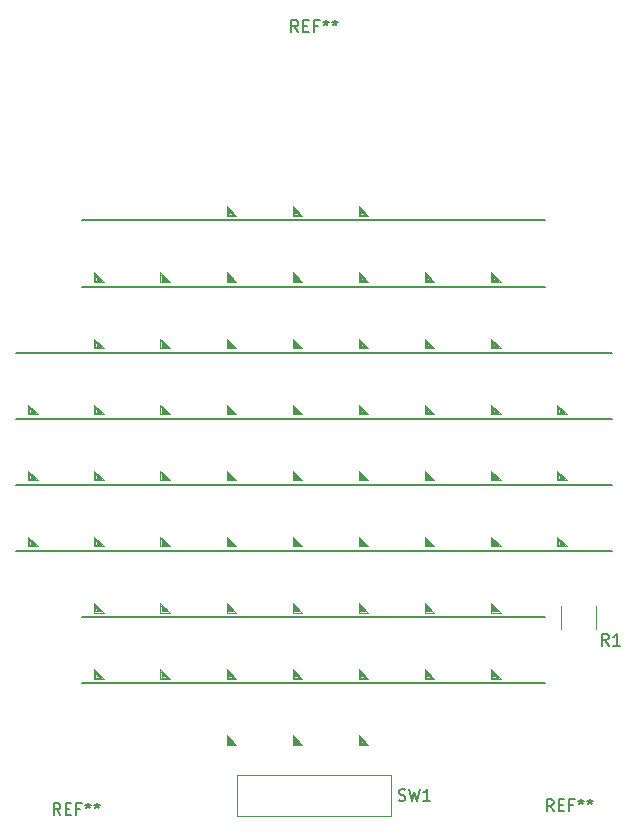
<source format=gbr>
G04 #@! TF.FileFunction,Legend,Top*
%FSLAX46Y46*%
G04 Gerber Fmt 4.6, Leading zero omitted, Abs format (unit mm)*
G04 Created by KiCad (PCBNEW 4.0.7-e2-6376~58~ubuntu16.04.1) date Sat Jul 28 15:13:10 2018*
%MOMM*%
%LPD*%
G01*
G04 APERTURE LIST*
%ADD10C,0.100000*%
%ADD11C,0.200000*%
%ADD12C,0.120000*%
%ADD13C,0.150000*%
G04 APERTURE END LIST*
D10*
D11*
X80400000Y-119600000D02*
X119600000Y-119600000D01*
X80400000Y-80400000D02*
X119600000Y-80400000D01*
X80400000Y-114000000D02*
X119600000Y-114000000D01*
X74800000Y-108400000D02*
X125200000Y-108400000D01*
X74800000Y-102800000D02*
X125200000Y-102800000D01*
X74800000Y-97200000D02*
X125200000Y-97200000D01*
X74800000Y-91600000D02*
X125200000Y-91600000D01*
X125200000Y-91600000D02*
X74800000Y-91600000D01*
X74800000Y-91600000D02*
X125200000Y-91600000D01*
X80400000Y-86000000D02*
X119600000Y-86000000D01*
D12*
X93500000Y-127350000D02*
X93500000Y-130850000D01*
X106500000Y-127350000D02*
X106500000Y-130850000D01*
X93500000Y-127350000D02*
X106500000Y-127350000D01*
X106500000Y-130850000D02*
X93500000Y-130850000D01*
X92800000Y-79600000D02*
X92800000Y-79800000D01*
X92800000Y-79800000D02*
X93000000Y-79800000D01*
X93000000Y-79800000D02*
X92800000Y-79600000D01*
X92700000Y-79400000D02*
X92700000Y-79900000D01*
X92700000Y-79900000D02*
X93200000Y-79900000D01*
D13*
X93200000Y-79900000D02*
X92700000Y-79400000D01*
D12*
X93400000Y-80000000D02*
X92600000Y-79200000D01*
X92600000Y-79200000D02*
X92600000Y-80000000D01*
X92600000Y-80000000D02*
X93400000Y-80000000D01*
X98400000Y-79600000D02*
X98400000Y-79800000D01*
X98400000Y-79800000D02*
X98600000Y-79800000D01*
X98600000Y-79800000D02*
X98400000Y-79600000D01*
X98300000Y-79400000D02*
X98300000Y-79900000D01*
X98300000Y-79900000D02*
X98800000Y-79900000D01*
D13*
X98800000Y-79900000D02*
X98300000Y-79400000D01*
D12*
X99000000Y-80000000D02*
X98200000Y-79200000D01*
X98200000Y-79200000D02*
X98200000Y-80000000D01*
X98200000Y-80000000D02*
X99000000Y-80000000D01*
X104000000Y-79600000D02*
X104000000Y-79800000D01*
X104000000Y-79800000D02*
X104200000Y-79800000D01*
X104200000Y-79800000D02*
X104000000Y-79600000D01*
X103900000Y-79400000D02*
X103900000Y-79900000D01*
X103900000Y-79900000D02*
X104400000Y-79900000D01*
D13*
X104400000Y-79900000D02*
X103900000Y-79400000D01*
D12*
X104600000Y-80000000D02*
X103800000Y-79200000D01*
X103800000Y-79200000D02*
X103800000Y-80000000D01*
X103800000Y-80000000D02*
X104600000Y-80000000D01*
X81600000Y-85200000D02*
X81600000Y-85400000D01*
X81600000Y-85400000D02*
X81800000Y-85400000D01*
X81800000Y-85400000D02*
X81600000Y-85200000D01*
X81500000Y-85000000D02*
X81500000Y-85500000D01*
X81500000Y-85500000D02*
X82000000Y-85500000D01*
D13*
X82000000Y-85500000D02*
X81500000Y-85000000D01*
D12*
X82200000Y-85600000D02*
X81400000Y-84800000D01*
X81400000Y-84800000D02*
X81400000Y-85600000D01*
X81400000Y-85600000D02*
X82200000Y-85600000D01*
X87200000Y-85200000D02*
X87200000Y-85400000D01*
X87200000Y-85400000D02*
X87400000Y-85400000D01*
X87400000Y-85400000D02*
X87200000Y-85200000D01*
X87100000Y-85000000D02*
X87100000Y-85500000D01*
X87100000Y-85500000D02*
X87600000Y-85500000D01*
D13*
X87600000Y-85500000D02*
X87100000Y-85000000D01*
D12*
X87800000Y-85600000D02*
X87000000Y-84800000D01*
X87000000Y-84800000D02*
X87000000Y-85600000D01*
X87000000Y-85600000D02*
X87800000Y-85600000D01*
X92800000Y-85200000D02*
X92800000Y-85400000D01*
X92800000Y-85400000D02*
X93000000Y-85400000D01*
X93000000Y-85400000D02*
X92800000Y-85200000D01*
X92700000Y-85000000D02*
X92700000Y-85500000D01*
X92700000Y-85500000D02*
X93200000Y-85500000D01*
D13*
X93200000Y-85500000D02*
X92700000Y-85000000D01*
D12*
X93400000Y-85600000D02*
X92600000Y-84800000D01*
X92600000Y-84800000D02*
X92600000Y-85600000D01*
X92600000Y-85600000D02*
X93400000Y-85600000D01*
X98400000Y-85200000D02*
X98400000Y-85400000D01*
X98400000Y-85400000D02*
X98600000Y-85400000D01*
X98600000Y-85400000D02*
X98400000Y-85200000D01*
X98300000Y-85000000D02*
X98300000Y-85500000D01*
X98300000Y-85500000D02*
X98800000Y-85500000D01*
D13*
X98800000Y-85500000D02*
X98300000Y-85000000D01*
D12*
X99000000Y-85600000D02*
X98200000Y-84800000D01*
X98200000Y-84800000D02*
X98200000Y-85600000D01*
X98200000Y-85600000D02*
X99000000Y-85600000D01*
X104000000Y-85200000D02*
X104000000Y-85400000D01*
X104000000Y-85400000D02*
X104200000Y-85400000D01*
X104200000Y-85400000D02*
X104000000Y-85200000D01*
X103900000Y-85000000D02*
X103900000Y-85500000D01*
X103900000Y-85500000D02*
X104400000Y-85500000D01*
D13*
X104400000Y-85500000D02*
X103900000Y-85000000D01*
D12*
X104600000Y-85600000D02*
X103800000Y-84800000D01*
X103800000Y-84800000D02*
X103800000Y-85600000D01*
X103800000Y-85600000D02*
X104600000Y-85600000D01*
X109600000Y-85200000D02*
X109600000Y-85400000D01*
X109600000Y-85400000D02*
X109800000Y-85400000D01*
X109800000Y-85400000D02*
X109600000Y-85200000D01*
X109500000Y-85000000D02*
X109500000Y-85500000D01*
X109500000Y-85500000D02*
X110000000Y-85500000D01*
D13*
X110000000Y-85500000D02*
X109500000Y-85000000D01*
D12*
X110200000Y-85600000D02*
X109400000Y-84800000D01*
X109400000Y-84800000D02*
X109400000Y-85600000D01*
X109400000Y-85600000D02*
X110200000Y-85600000D01*
X115200000Y-85200000D02*
X115200000Y-85400000D01*
X115200000Y-85400000D02*
X115400000Y-85400000D01*
X115400000Y-85400000D02*
X115200000Y-85200000D01*
X115100000Y-85000000D02*
X115100000Y-85500000D01*
X115100000Y-85500000D02*
X115600000Y-85500000D01*
D13*
X115600000Y-85500000D02*
X115100000Y-85000000D01*
D12*
X115800000Y-85600000D02*
X115000000Y-84800000D01*
X115000000Y-84800000D02*
X115000000Y-85600000D01*
X115000000Y-85600000D02*
X115800000Y-85600000D01*
X81600000Y-90800000D02*
X81600000Y-91000000D01*
X81600000Y-91000000D02*
X81800000Y-91000000D01*
X81800000Y-91000000D02*
X81600000Y-90800000D01*
X81500000Y-90600000D02*
X81500000Y-91100000D01*
X81500000Y-91100000D02*
X82000000Y-91100000D01*
D13*
X82000000Y-91100000D02*
X81500000Y-90600000D01*
D12*
X82200000Y-91200000D02*
X81400000Y-90400000D01*
X81400000Y-90400000D02*
X81400000Y-91200000D01*
X81400000Y-91200000D02*
X82200000Y-91200000D01*
X87200000Y-90800000D02*
X87200000Y-91000000D01*
X87200000Y-91000000D02*
X87400000Y-91000000D01*
X87400000Y-91000000D02*
X87200000Y-90800000D01*
X87100000Y-90600000D02*
X87100000Y-91100000D01*
X87100000Y-91100000D02*
X87600000Y-91100000D01*
D13*
X87600000Y-91100000D02*
X87100000Y-90600000D01*
D12*
X87800000Y-91200000D02*
X87000000Y-90400000D01*
X87000000Y-90400000D02*
X87000000Y-91200000D01*
X87000000Y-91200000D02*
X87800000Y-91200000D01*
X92800000Y-90800000D02*
X92800000Y-91000000D01*
X92800000Y-91000000D02*
X93000000Y-91000000D01*
X93000000Y-91000000D02*
X92800000Y-90800000D01*
X92700000Y-90600000D02*
X92700000Y-91100000D01*
X92700000Y-91100000D02*
X93200000Y-91100000D01*
D13*
X93200000Y-91100000D02*
X92700000Y-90600000D01*
D12*
X93400000Y-91200000D02*
X92600000Y-90400000D01*
X92600000Y-90400000D02*
X92600000Y-91200000D01*
X92600000Y-91200000D02*
X93400000Y-91200000D01*
X98400000Y-90800000D02*
X98400000Y-91000000D01*
X98400000Y-91000000D02*
X98600000Y-91000000D01*
X98600000Y-91000000D02*
X98400000Y-90800000D01*
X98300000Y-90600000D02*
X98300000Y-91100000D01*
X98300000Y-91100000D02*
X98800000Y-91100000D01*
D13*
X98800000Y-91100000D02*
X98300000Y-90600000D01*
D12*
X99000000Y-91200000D02*
X98200000Y-90400000D01*
X98200000Y-90400000D02*
X98200000Y-91200000D01*
X98200000Y-91200000D02*
X99000000Y-91200000D01*
X104000000Y-90800000D02*
X104000000Y-91000000D01*
X104000000Y-91000000D02*
X104200000Y-91000000D01*
X104200000Y-91000000D02*
X104000000Y-90800000D01*
X103900000Y-90600000D02*
X103900000Y-91100000D01*
X103900000Y-91100000D02*
X104400000Y-91100000D01*
D13*
X104400000Y-91100000D02*
X103900000Y-90600000D01*
D12*
X104600000Y-91200000D02*
X103800000Y-90400000D01*
X103800000Y-90400000D02*
X103800000Y-91200000D01*
X103800000Y-91200000D02*
X104600000Y-91200000D01*
X109600000Y-90800000D02*
X109600000Y-91000000D01*
X109600000Y-91000000D02*
X109800000Y-91000000D01*
X109800000Y-91000000D02*
X109600000Y-90800000D01*
X109500000Y-90600000D02*
X109500000Y-91100000D01*
X109500000Y-91100000D02*
X110000000Y-91100000D01*
D13*
X110000000Y-91100000D02*
X109500000Y-90600000D01*
D12*
X110200000Y-91200000D02*
X109400000Y-90400000D01*
X109400000Y-90400000D02*
X109400000Y-91200000D01*
X109400000Y-91200000D02*
X110200000Y-91200000D01*
X115200000Y-90800000D02*
X115200000Y-91000000D01*
X115200000Y-91000000D02*
X115400000Y-91000000D01*
X115400000Y-91000000D02*
X115200000Y-90800000D01*
X115100000Y-90600000D02*
X115100000Y-91100000D01*
X115100000Y-91100000D02*
X115600000Y-91100000D01*
D13*
X115600000Y-91100000D02*
X115100000Y-90600000D01*
D12*
X115800000Y-91200000D02*
X115000000Y-90400000D01*
X115000000Y-90400000D02*
X115000000Y-91200000D01*
X115000000Y-91200000D02*
X115800000Y-91200000D01*
X76000000Y-96400000D02*
X76000000Y-96600000D01*
X76000000Y-96600000D02*
X76200000Y-96600000D01*
X76200000Y-96600000D02*
X76000000Y-96400000D01*
X75900000Y-96200000D02*
X75900000Y-96700000D01*
X75900000Y-96700000D02*
X76400000Y-96700000D01*
D13*
X76400000Y-96700000D02*
X75900000Y-96200000D01*
D12*
X76600000Y-96800000D02*
X75800000Y-96000000D01*
X75800000Y-96000000D02*
X75800000Y-96800000D01*
X75800000Y-96800000D02*
X76600000Y-96800000D01*
X81600000Y-96400000D02*
X81600000Y-96600000D01*
X81600000Y-96600000D02*
X81800000Y-96600000D01*
X81800000Y-96600000D02*
X81600000Y-96400000D01*
X81500000Y-96200000D02*
X81500000Y-96700000D01*
X81500000Y-96700000D02*
X82000000Y-96700000D01*
D13*
X82000000Y-96700000D02*
X81500000Y-96200000D01*
D12*
X82200000Y-96800000D02*
X81400000Y-96000000D01*
X81400000Y-96000000D02*
X81400000Y-96800000D01*
X81400000Y-96800000D02*
X82200000Y-96800000D01*
X87200000Y-96400000D02*
X87200000Y-96600000D01*
X87200000Y-96600000D02*
X87400000Y-96600000D01*
X87400000Y-96600000D02*
X87200000Y-96400000D01*
X87100000Y-96200000D02*
X87100000Y-96700000D01*
X87100000Y-96700000D02*
X87600000Y-96700000D01*
D13*
X87600000Y-96700000D02*
X87100000Y-96200000D01*
D12*
X87800000Y-96800000D02*
X87000000Y-96000000D01*
X87000000Y-96000000D02*
X87000000Y-96800000D01*
X87000000Y-96800000D02*
X87800000Y-96800000D01*
X92800000Y-96400000D02*
X92800000Y-96600000D01*
X92800000Y-96600000D02*
X93000000Y-96600000D01*
X93000000Y-96600000D02*
X92800000Y-96400000D01*
X92700000Y-96200000D02*
X92700000Y-96700000D01*
X92700000Y-96700000D02*
X93200000Y-96700000D01*
D13*
X93200000Y-96700000D02*
X92700000Y-96200000D01*
D12*
X93400000Y-96800000D02*
X92600000Y-96000000D01*
X92600000Y-96000000D02*
X92600000Y-96800000D01*
X92600000Y-96800000D02*
X93400000Y-96800000D01*
X98400000Y-96400000D02*
X98400000Y-96600000D01*
X98400000Y-96600000D02*
X98600000Y-96600000D01*
X98600000Y-96600000D02*
X98400000Y-96400000D01*
X98300000Y-96200000D02*
X98300000Y-96700000D01*
X98300000Y-96700000D02*
X98800000Y-96700000D01*
D13*
X98800000Y-96700000D02*
X98300000Y-96200000D01*
D12*
X99000000Y-96800000D02*
X98200000Y-96000000D01*
X98200000Y-96000000D02*
X98200000Y-96800000D01*
X98200000Y-96800000D02*
X99000000Y-96800000D01*
X104000000Y-96400000D02*
X104000000Y-96600000D01*
X104000000Y-96600000D02*
X104200000Y-96600000D01*
X104200000Y-96600000D02*
X104000000Y-96400000D01*
X103900000Y-96200000D02*
X103900000Y-96700000D01*
X103900000Y-96700000D02*
X104400000Y-96700000D01*
D13*
X104400000Y-96700000D02*
X103900000Y-96200000D01*
D12*
X104600000Y-96800000D02*
X103800000Y-96000000D01*
X103800000Y-96000000D02*
X103800000Y-96800000D01*
X103800000Y-96800000D02*
X104600000Y-96800000D01*
X109600000Y-96400000D02*
X109600000Y-96600000D01*
X109600000Y-96600000D02*
X109800000Y-96600000D01*
X109800000Y-96600000D02*
X109600000Y-96400000D01*
X109500000Y-96200000D02*
X109500000Y-96700000D01*
X109500000Y-96700000D02*
X110000000Y-96700000D01*
D13*
X110000000Y-96700000D02*
X109500000Y-96200000D01*
D12*
X110200000Y-96800000D02*
X109400000Y-96000000D01*
X109400000Y-96000000D02*
X109400000Y-96800000D01*
X109400000Y-96800000D02*
X110200000Y-96800000D01*
X115200000Y-96400000D02*
X115200000Y-96600000D01*
X115200000Y-96600000D02*
X115400000Y-96600000D01*
X115400000Y-96600000D02*
X115200000Y-96400000D01*
X115100000Y-96200000D02*
X115100000Y-96700000D01*
X115100000Y-96700000D02*
X115600000Y-96700000D01*
D13*
X115600000Y-96700000D02*
X115100000Y-96200000D01*
D12*
X115800000Y-96800000D02*
X115000000Y-96000000D01*
X115000000Y-96000000D02*
X115000000Y-96800000D01*
X115000000Y-96800000D02*
X115800000Y-96800000D01*
X120800000Y-96400000D02*
X120800000Y-96600000D01*
X120800000Y-96600000D02*
X121000000Y-96600000D01*
X121000000Y-96600000D02*
X120800000Y-96400000D01*
X120700000Y-96200000D02*
X120700000Y-96700000D01*
X120700000Y-96700000D02*
X121200000Y-96700000D01*
D13*
X121200000Y-96700000D02*
X120700000Y-96200000D01*
D12*
X121400000Y-96800000D02*
X120600000Y-96000000D01*
X120600000Y-96000000D02*
X120600000Y-96800000D01*
X120600000Y-96800000D02*
X121400000Y-96800000D01*
X76000000Y-102000000D02*
X76000000Y-102200000D01*
X76000000Y-102200000D02*
X76200000Y-102200000D01*
X76200000Y-102200000D02*
X76000000Y-102000000D01*
X75900000Y-101800000D02*
X75900000Y-102300000D01*
X75900000Y-102300000D02*
X76400000Y-102300000D01*
D13*
X76400000Y-102300000D02*
X75900000Y-101800000D01*
D12*
X76600000Y-102400000D02*
X75800000Y-101600000D01*
X75800000Y-101600000D02*
X75800000Y-102400000D01*
X75800000Y-102400000D02*
X76600000Y-102400000D01*
X81600000Y-102000000D02*
X81600000Y-102200000D01*
X81600000Y-102200000D02*
X81800000Y-102200000D01*
X81800000Y-102200000D02*
X81600000Y-102000000D01*
X81500000Y-101800000D02*
X81500000Y-102300000D01*
X81500000Y-102300000D02*
X82000000Y-102300000D01*
D13*
X82000000Y-102300000D02*
X81500000Y-101800000D01*
D12*
X82200000Y-102400000D02*
X81400000Y-101600000D01*
X81400000Y-101600000D02*
X81400000Y-102400000D01*
X81400000Y-102400000D02*
X82200000Y-102400000D01*
X87200000Y-102000000D02*
X87200000Y-102200000D01*
X87200000Y-102200000D02*
X87400000Y-102200000D01*
X87400000Y-102200000D02*
X87200000Y-102000000D01*
X87100000Y-101800000D02*
X87100000Y-102300000D01*
X87100000Y-102300000D02*
X87600000Y-102300000D01*
D13*
X87600000Y-102300000D02*
X87100000Y-101800000D01*
D12*
X87800000Y-102400000D02*
X87000000Y-101600000D01*
X87000000Y-101600000D02*
X87000000Y-102400000D01*
X87000000Y-102400000D02*
X87800000Y-102400000D01*
X92800000Y-102000000D02*
X92800000Y-102200000D01*
X92800000Y-102200000D02*
X93000000Y-102200000D01*
X93000000Y-102200000D02*
X92800000Y-102000000D01*
X92700000Y-101800000D02*
X92700000Y-102300000D01*
X92700000Y-102300000D02*
X93200000Y-102300000D01*
D13*
X93200000Y-102300000D02*
X92700000Y-101800000D01*
D12*
X93400000Y-102400000D02*
X92600000Y-101600000D01*
X92600000Y-101600000D02*
X92600000Y-102400000D01*
X92600000Y-102400000D02*
X93400000Y-102400000D01*
X98400000Y-102000000D02*
X98400000Y-102200000D01*
X98400000Y-102200000D02*
X98600000Y-102200000D01*
X98600000Y-102200000D02*
X98400000Y-102000000D01*
X98300000Y-101800000D02*
X98300000Y-102300000D01*
X98300000Y-102300000D02*
X98800000Y-102300000D01*
D13*
X98800000Y-102300000D02*
X98300000Y-101800000D01*
D12*
X99000000Y-102400000D02*
X98200000Y-101600000D01*
X98200000Y-101600000D02*
X98200000Y-102400000D01*
X98200000Y-102400000D02*
X99000000Y-102400000D01*
X104000000Y-102000000D02*
X104000000Y-102200000D01*
X104000000Y-102200000D02*
X104200000Y-102200000D01*
X104200000Y-102200000D02*
X104000000Y-102000000D01*
X103900000Y-101800000D02*
X103900000Y-102300000D01*
X103900000Y-102300000D02*
X104400000Y-102300000D01*
D13*
X104400000Y-102300000D02*
X103900000Y-101800000D01*
D12*
X104600000Y-102400000D02*
X103800000Y-101600000D01*
X103800000Y-101600000D02*
X103800000Y-102400000D01*
X103800000Y-102400000D02*
X104600000Y-102400000D01*
X109600000Y-102000000D02*
X109600000Y-102200000D01*
X109600000Y-102200000D02*
X109800000Y-102200000D01*
X109800000Y-102200000D02*
X109600000Y-102000000D01*
X109500000Y-101800000D02*
X109500000Y-102300000D01*
X109500000Y-102300000D02*
X110000000Y-102300000D01*
D13*
X110000000Y-102300000D02*
X109500000Y-101800000D01*
D12*
X110200000Y-102400000D02*
X109400000Y-101600000D01*
X109400000Y-101600000D02*
X109400000Y-102400000D01*
X109400000Y-102400000D02*
X110200000Y-102400000D01*
X115200000Y-102000000D02*
X115200000Y-102200000D01*
X115200000Y-102200000D02*
X115400000Y-102200000D01*
X115400000Y-102200000D02*
X115200000Y-102000000D01*
X115100000Y-101800000D02*
X115100000Y-102300000D01*
X115100000Y-102300000D02*
X115600000Y-102300000D01*
D13*
X115600000Y-102300000D02*
X115100000Y-101800000D01*
D12*
X115800000Y-102400000D02*
X115000000Y-101600000D01*
X115000000Y-101600000D02*
X115000000Y-102400000D01*
X115000000Y-102400000D02*
X115800000Y-102400000D01*
X120800000Y-102000000D02*
X120800000Y-102200000D01*
X120800000Y-102200000D02*
X121000000Y-102200000D01*
X121000000Y-102200000D02*
X120800000Y-102000000D01*
X120700000Y-101800000D02*
X120700000Y-102300000D01*
X120700000Y-102300000D02*
X121200000Y-102300000D01*
D13*
X121200000Y-102300000D02*
X120700000Y-101800000D01*
D12*
X121400000Y-102400000D02*
X120600000Y-101600000D01*
X120600000Y-101600000D02*
X120600000Y-102400000D01*
X120600000Y-102400000D02*
X121400000Y-102400000D01*
X76000000Y-107600000D02*
X76000000Y-107800000D01*
X76000000Y-107800000D02*
X76200000Y-107800000D01*
X76200000Y-107800000D02*
X76000000Y-107600000D01*
X75900000Y-107400000D02*
X75900000Y-107900000D01*
X75900000Y-107900000D02*
X76400000Y-107900000D01*
D13*
X76400000Y-107900000D02*
X75900000Y-107400000D01*
D12*
X76600000Y-108000000D02*
X75800000Y-107200000D01*
X75800000Y-107200000D02*
X75800000Y-108000000D01*
X75800000Y-108000000D02*
X76600000Y-108000000D01*
X81600000Y-107600000D02*
X81600000Y-107800000D01*
X81600000Y-107800000D02*
X81800000Y-107800000D01*
X81800000Y-107800000D02*
X81600000Y-107600000D01*
X81500000Y-107400000D02*
X81500000Y-107900000D01*
X81500000Y-107900000D02*
X82000000Y-107900000D01*
D13*
X82000000Y-107900000D02*
X81500000Y-107400000D01*
D12*
X82200000Y-108000000D02*
X81400000Y-107200000D01*
X81400000Y-107200000D02*
X81400000Y-108000000D01*
X81400000Y-108000000D02*
X82200000Y-108000000D01*
X87200000Y-107600000D02*
X87200000Y-107800000D01*
X87200000Y-107800000D02*
X87400000Y-107800000D01*
X87400000Y-107800000D02*
X87200000Y-107600000D01*
X87100000Y-107400000D02*
X87100000Y-107900000D01*
X87100000Y-107900000D02*
X87600000Y-107900000D01*
D13*
X87600000Y-107900000D02*
X87100000Y-107400000D01*
D12*
X87800000Y-108000000D02*
X87000000Y-107200000D01*
X87000000Y-107200000D02*
X87000000Y-108000000D01*
X87000000Y-108000000D02*
X87800000Y-108000000D01*
X92800000Y-107600000D02*
X92800000Y-107800000D01*
X92800000Y-107800000D02*
X93000000Y-107800000D01*
X93000000Y-107800000D02*
X92800000Y-107600000D01*
X92700000Y-107400000D02*
X92700000Y-107900000D01*
X92700000Y-107900000D02*
X93200000Y-107900000D01*
D13*
X93200000Y-107900000D02*
X92700000Y-107400000D01*
D12*
X93400000Y-108000000D02*
X92600000Y-107200000D01*
X92600000Y-107200000D02*
X92600000Y-108000000D01*
X92600000Y-108000000D02*
X93400000Y-108000000D01*
X98400000Y-107600000D02*
X98400000Y-107800000D01*
X98400000Y-107800000D02*
X98600000Y-107800000D01*
X98600000Y-107800000D02*
X98400000Y-107600000D01*
X98300000Y-107400000D02*
X98300000Y-107900000D01*
X98300000Y-107900000D02*
X98800000Y-107900000D01*
D13*
X98800000Y-107900000D02*
X98300000Y-107400000D01*
D12*
X99000000Y-108000000D02*
X98200000Y-107200000D01*
X98200000Y-107200000D02*
X98200000Y-108000000D01*
X98200000Y-108000000D02*
X99000000Y-108000000D01*
X104000000Y-107600000D02*
X104000000Y-107800000D01*
X104000000Y-107800000D02*
X104200000Y-107800000D01*
X104200000Y-107800000D02*
X104000000Y-107600000D01*
X103900000Y-107400000D02*
X103900000Y-107900000D01*
X103900000Y-107900000D02*
X104400000Y-107900000D01*
D13*
X104400000Y-107900000D02*
X103900000Y-107400000D01*
D12*
X104600000Y-108000000D02*
X103800000Y-107200000D01*
X103800000Y-107200000D02*
X103800000Y-108000000D01*
X103800000Y-108000000D02*
X104600000Y-108000000D01*
X109600000Y-107600000D02*
X109600000Y-107800000D01*
X109600000Y-107800000D02*
X109800000Y-107800000D01*
X109800000Y-107800000D02*
X109600000Y-107600000D01*
X109500000Y-107400000D02*
X109500000Y-107900000D01*
X109500000Y-107900000D02*
X110000000Y-107900000D01*
D13*
X110000000Y-107900000D02*
X109500000Y-107400000D01*
D12*
X110200000Y-108000000D02*
X109400000Y-107200000D01*
X109400000Y-107200000D02*
X109400000Y-108000000D01*
X109400000Y-108000000D02*
X110200000Y-108000000D01*
X115200000Y-107600000D02*
X115200000Y-107800000D01*
X115200000Y-107800000D02*
X115400000Y-107800000D01*
X115400000Y-107800000D02*
X115200000Y-107600000D01*
X115100000Y-107400000D02*
X115100000Y-107900000D01*
X115100000Y-107900000D02*
X115600000Y-107900000D01*
D13*
X115600000Y-107900000D02*
X115100000Y-107400000D01*
D12*
X115800000Y-108000000D02*
X115000000Y-107200000D01*
X115000000Y-107200000D02*
X115000000Y-108000000D01*
X115000000Y-108000000D02*
X115800000Y-108000000D01*
X120800000Y-107600000D02*
X120800000Y-107800000D01*
X120800000Y-107800000D02*
X121000000Y-107800000D01*
X121000000Y-107800000D02*
X120800000Y-107600000D01*
X120700000Y-107400000D02*
X120700000Y-107900000D01*
X120700000Y-107900000D02*
X121200000Y-107900000D01*
D13*
X121200000Y-107900000D02*
X120700000Y-107400000D01*
D12*
X121400000Y-108000000D02*
X120600000Y-107200000D01*
X120600000Y-107200000D02*
X120600000Y-108000000D01*
X120600000Y-108000000D02*
X121400000Y-108000000D01*
X81600000Y-113200000D02*
X81600000Y-113400000D01*
X81600000Y-113400000D02*
X81800000Y-113400000D01*
X81800000Y-113400000D02*
X81600000Y-113200000D01*
X81500000Y-113000000D02*
X81500000Y-113500000D01*
X81500000Y-113500000D02*
X82000000Y-113500000D01*
D13*
X82000000Y-113500000D02*
X81500000Y-113000000D01*
D12*
X82200000Y-113600000D02*
X81400000Y-112800000D01*
X81400000Y-112800000D02*
X81400000Y-113600000D01*
X81400000Y-113600000D02*
X82200000Y-113600000D01*
X87200000Y-113200000D02*
X87200000Y-113400000D01*
X87200000Y-113400000D02*
X87400000Y-113400000D01*
X87400000Y-113400000D02*
X87200000Y-113200000D01*
X87100000Y-113000000D02*
X87100000Y-113500000D01*
X87100000Y-113500000D02*
X87600000Y-113500000D01*
D13*
X87600000Y-113500000D02*
X87100000Y-113000000D01*
D12*
X87800000Y-113600000D02*
X87000000Y-112800000D01*
X87000000Y-112800000D02*
X87000000Y-113600000D01*
X87000000Y-113600000D02*
X87800000Y-113600000D01*
X92800000Y-113200000D02*
X92800000Y-113400000D01*
X92800000Y-113400000D02*
X93000000Y-113400000D01*
X93000000Y-113400000D02*
X92800000Y-113200000D01*
X92700000Y-113000000D02*
X92700000Y-113500000D01*
X92700000Y-113500000D02*
X93200000Y-113500000D01*
D13*
X93200000Y-113500000D02*
X92700000Y-113000000D01*
D12*
X93400000Y-113600000D02*
X92600000Y-112800000D01*
X92600000Y-112800000D02*
X92600000Y-113600000D01*
X92600000Y-113600000D02*
X93400000Y-113600000D01*
X98400000Y-113200000D02*
X98400000Y-113400000D01*
X98400000Y-113400000D02*
X98600000Y-113400000D01*
X98600000Y-113400000D02*
X98400000Y-113200000D01*
X98300000Y-113000000D02*
X98300000Y-113500000D01*
X98300000Y-113500000D02*
X98800000Y-113500000D01*
D13*
X98800000Y-113500000D02*
X98300000Y-113000000D01*
D12*
X99000000Y-113600000D02*
X98200000Y-112800000D01*
X98200000Y-112800000D02*
X98200000Y-113600000D01*
X98200000Y-113600000D02*
X99000000Y-113600000D01*
X104000000Y-113200000D02*
X104000000Y-113400000D01*
X104000000Y-113400000D02*
X104200000Y-113400000D01*
X104200000Y-113400000D02*
X104000000Y-113200000D01*
X103900000Y-113000000D02*
X103900000Y-113500000D01*
X103900000Y-113500000D02*
X104400000Y-113500000D01*
D13*
X104400000Y-113500000D02*
X103900000Y-113000000D01*
D12*
X104600000Y-113600000D02*
X103800000Y-112800000D01*
X103800000Y-112800000D02*
X103800000Y-113600000D01*
X103800000Y-113600000D02*
X104600000Y-113600000D01*
X109600000Y-113200000D02*
X109600000Y-113400000D01*
X109600000Y-113400000D02*
X109800000Y-113400000D01*
X109800000Y-113400000D02*
X109600000Y-113200000D01*
X109500000Y-113000000D02*
X109500000Y-113500000D01*
X109500000Y-113500000D02*
X110000000Y-113500000D01*
D13*
X110000000Y-113500000D02*
X109500000Y-113000000D01*
D12*
X110200000Y-113600000D02*
X109400000Y-112800000D01*
X109400000Y-112800000D02*
X109400000Y-113600000D01*
X109400000Y-113600000D02*
X110200000Y-113600000D01*
X115200000Y-113200000D02*
X115200000Y-113400000D01*
X115200000Y-113400000D02*
X115400000Y-113400000D01*
X115400000Y-113400000D02*
X115200000Y-113200000D01*
X115100000Y-113000000D02*
X115100000Y-113500000D01*
X115100000Y-113500000D02*
X115600000Y-113500000D01*
D13*
X115600000Y-113500000D02*
X115100000Y-113000000D01*
D12*
X115800000Y-113600000D02*
X115000000Y-112800000D01*
X115000000Y-112800000D02*
X115000000Y-113600000D01*
X115000000Y-113600000D02*
X115800000Y-113600000D01*
X81600000Y-118800000D02*
X81600000Y-119000000D01*
X81600000Y-119000000D02*
X81800000Y-119000000D01*
X81800000Y-119000000D02*
X81600000Y-118800000D01*
X81500000Y-118600000D02*
X81500000Y-119100000D01*
X81500000Y-119100000D02*
X82000000Y-119100000D01*
D13*
X82000000Y-119100000D02*
X81500000Y-118600000D01*
D12*
X82200000Y-119200000D02*
X81400000Y-118400000D01*
X81400000Y-118400000D02*
X81400000Y-119200000D01*
X81400000Y-119200000D02*
X82200000Y-119200000D01*
X87200000Y-118800000D02*
X87200000Y-119000000D01*
X87200000Y-119000000D02*
X87400000Y-119000000D01*
X87400000Y-119000000D02*
X87200000Y-118800000D01*
X87100000Y-118600000D02*
X87100000Y-119100000D01*
X87100000Y-119100000D02*
X87600000Y-119100000D01*
D13*
X87600000Y-119100000D02*
X87100000Y-118600000D01*
D12*
X87800000Y-119200000D02*
X87000000Y-118400000D01*
X87000000Y-118400000D02*
X87000000Y-119200000D01*
X87000000Y-119200000D02*
X87800000Y-119200000D01*
X92800000Y-118800000D02*
X92800000Y-119000000D01*
X92800000Y-119000000D02*
X93000000Y-119000000D01*
X93000000Y-119000000D02*
X92800000Y-118800000D01*
X92700000Y-118600000D02*
X92700000Y-119100000D01*
X92700000Y-119100000D02*
X93200000Y-119100000D01*
D13*
X93200000Y-119100000D02*
X92700000Y-118600000D01*
D12*
X93400000Y-119200000D02*
X92600000Y-118400000D01*
X92600000Y-118400000D02*
X92600000Y-119200000D01*
X92600000Y-119200000D02*
X93400000Y-119200000D01*
X98400000Y-118800000D02*
X98400000Y-119000000D01*
X98400000Y-119000000D02*
X98600000Y-119000000D01*
X98600000Y-119000000D02*
X98400000Y-118800000D01*
X98300000Y-118600000D02*
X98300000Y-119100000D01*
X98300000Y-119100000D02*
X98800000Y-119100000D01*
D13*
X98800000Y-119100000D02*
X98300000Y-118600000D01*
D12*
X99000000Y-119200000D02*
X98200000Y-118400000D01*
X98200000Y-118400000D02*
X98200000Y-119200000D01*
X98200000Y-119200000D02*
X99000000Y-119200000D01*
X104000000Y-118800000D02*
X104000000Y-119000000D01*
X104000000Y-119000000D02*
X104200000Y-119000000D01*
X104200000Y-119000000D02*
X104000000Y-118800000D01*
X103900000Y-118600000D02*
X103900000Y-119100000D01*
X103900000Y-119100000D02*
X104400000Y-119100000D01*
D13*
X104400000Y-119100000D02*
X103900000Y-118600000D01*
D12*
X104600000Y-119200000D02*
X103800000Y-118400000D01*
X103800000Y-118400000D02*
X103800000Y-119200000D01*
X103800000Y-119200000D02*
X104600000Y-119200000D01*
X109600000Y-118800000D02*
X109600000Y-119000000D01*
X109600000Y-119000000D02*
X109800000Y-119000000D01*
X109800000Y-119000000D02*
X109600000Y-118800000D01*
X109500000Y-118600000D02*
X109500000Y-119100000D01*
X109500000Y-119100000D02*
X110000000Y-119100000D01*
D13*
X110000000Y-119100000D02*
X109500000Y-118600000D01*
D12*
X110200000Y-119200000D02*
X109400000Y-118400000D01*
X109400000Y-118400000D02*
X109400000Y-119200000D01*
X109400000Y-119200000D02*
X110200000Y-119200000D01*
X115200000Y-118800000D02*
X115200000Y-119000000D01*
X115200000Y-119000000D02*
X115400000Y-119000000D01*
X115400000Y-119000000D02*
X115200000Y-118800000D01*
X115100000Y-118600000D02*
X115100000Y-119100000D01*
X115100000Y-119100000D02*
X115600000Y-119100000D01*
D13*
X115600000Y-119100000D02*
X115100000Y-118600000D01*
D12*
X115800000Y-119200000D02*
X115000000Y-118400000D01*
X115000000Y-118400000D02*
X115000000Y-119200000D01*
X115000000Y-119200000D02*
X115800000Y-119200000D01*
X92800000Y-124400000D02*
X92800000Y-124600000D01*
X92800000Y-124600000D02*
X93000000Y-124600000D01*
X93000000Y-124600000D02*
X92800000Y-124400000D01*
X92700000Y-124200000D02*
X92700000Y-124700000D01*
X92700000Y-124700000D02*
X93200000Y-124700000D01*
D13*
X93200000Y-124700000D02*
X92700000Y-124200000D01*
D12*
X93400000Y-124800000D02*
X92600000Y-124000000D01*
X92600000Y-124000000D02*
X92600000Y-124800000D01*
X92600000Y-124800000D02*
X93400000Y-124800000D01*
X98400000Y-124400000D02*
X98400000Y-124600000D01*
X98400000Y-124600000D02*
X98600000Y-124600000D01*
X98600000Y-124600000D02*
X98400000Y-124400000D01*
X98300000Y-124200000D02*
X98300000Y-124700000D01*
X98300000Y-124700000D02*
X98800000Y-124700000D01*
D13*
X98800000Y-124700000D02*
X98300000Y-124200000D01*
D12*
X99000000Y-124800000D02*
X98200000Y-124000000D01*
X98200000Y-124000000D02*
X98200000Y-124800000D01*
X98200000Y-124800000D02*
X99000000Y-124800000D01*
X104000000Y-124400000D02*
X104000000Y-124600000D01*
X104000000Y-124600000D02*
X104200000Y-124600000D01*
X104200000Y-124600000D02*
X104000000Y-124400000D01*
X103900000Y-124200000D02*
X103900000Y-124700000D01*
X103900000Y-124700000D02*
X104400000Y-124700000D01*
D13*
X104400000Y-124700000D02*
X103900000Y-124200000D01*
D12*
X104600000Y-124800000D02*
X103800000Y-124000000D01*
X103800000Y-124000000D02*
X103800000Y-124800000D01*
X103800000Y-124800000D02*
X104600000Y-124800000D01*
X123880000Y-113000000D02*
X123880000Y-115000000D01*
X120920000Y-115000000D02*
X120920000Y-113000000D01*
D13*
X98666667Y-64452381D02*
X98333333Y-63976190D01*
X98095238Y-64452381D02*
X98095238Y-63452381D01*
X98476191Y-63452381D01*
X98571429Y-63500000D01*
X98619048Y-63547619D01*
X98666667Y-63642857D01*
X98666667Y-63785714D01*
X98619048Y-63880952D01*
X98571429Y-63928571D01*
X98476191Y-63976190D01*
X98095238Y-63976190D01*
X99095238Y-63928571D02*
X99428572Y-63928571D01*
X99571429Y-64452381D02*
X99095238Y-64452381D01*
X99095238Y-63452381D01*
X99571429Y-63452381D01*
X100333334Y-63928571D02*
X100000000Y-63928571D01*
X100000000Y-64452381D02*
X100000000Y-63452381D01*
X100476191Y-63452381D01*
X101000000Y-63452381D02*
X101000000Y-63690476D01*
X100761905Y-63595238D02*
X101000000Y-63690476D01*
X101238096Y-63595238D01*
X100857143Y-63880952D02*
X101000000Y-63690476D01*
X101142858Y-63880952D01*
X101761905Y-63452381D02*
X101761905Y-63690476D01*
X101523810Y-63595238D02*
X101761905Y-63690476D01*
X102000001Y-63595238D01*
X101619048Y-63880952D02*
X101761905Y-63690476D01*
X101904763Y-63880952D01*
X107176667Y-129484762D02*
X107319524Y-129532381D01*
X107557620Y-129532381D01*
X107652858Y-129484762D01*
X107700477Y-129437143D01*
X107748096Y-129341905D01*
X107748096Y-129246667D01*
X107700477Y-129151429D01*
X107652858Y-129103810D01*
X107557620Y-129056190D01*
X107367143Y-129008571D01*
X107271905Y-128960952D01*
X107224286Y-128913333D01*
X107176667Y-128818095D01*
X107176667Y-128722857D01*
X107224286Y-128627619D01*
X107271905Y-128580000D01*
X107367143Y-128532381D01*
X107605239Y-128532381D01*
X107748096Y-128580000D01*
X108081429Y-128532381D02*
X108319524Y-129532381D01*
X108510001Y-128818095D01*
X108700477Y-129532381D01*
X108938572Y-128532381D01*
X109843334Y-129532381D02*
X109271905Y-129532381D01*
X109557619Y-129532381D02*
X109557619Y-128532381D01*
X109462381Y-128675238D01*
X109367143Y-128770476D01*
X109271905Y-128818095D01*
X124953334Y-116392381D02*
X124620000Y-115916190D01*
X124381905Y-116392381D02*
X124381905Y-115392381D01*
X124762858Y-115392381D01*
X124858096Y-115440000D01*
X124905715Y-115487619D01*
X124953334Y-115582857D01*
X124953334Y-115725714D01*
X124905715Y-115820952D01*
X124858096Y-115868571D01*
X124762858Y-115916190D01*
X124381905Y-115916190D01*
X125905715Y-116392381D02*
X125334286Y-116392381D01*
X125620000Y-116392381D02*
X125620000Y-115392381D01*
X125524762Y-115535238D01*
X125429524Y-115630476D01*
X125334286Y-115678095D01*
X120286667Y-130412381D02*
X119953333Y-129936190D01*
X119715238Y-130412381D02*
X119715238Y-129412381D01*
X120096191Y-129412381D01*
X120191429Y-129460000D01*
X120239048Y-129507619D01*
X120286667Y-129602857D01*
X120286667Y-129745714D01*
X120239048Y-129840952D01*
X120191429Y-129888571D01*
X120096191Y-129936190D01*
X119715238Y-129936190D01*
X120715238Y-129888571D02*
X121048572Y-129888571D01*
X121191429Y-130412381D02*
X120715238Y-130412381D01*
X120715238Y-129412381D01*
X121191429Y-129412381D01*
X121953334Y-129888571D02*
X121620000Y-129888571D01*
X121620000Y-130412381D02*
X121620000Y-129412381D01*
X122096191Y-129412381D01*
X122620000Y-129412381D02*
X122620000Y-129650476D01*
X122381905Y-129555238D02*
X122620000Y-129650476D01*
X122858096Y-129555238D01*
X122477143Y-129840952D02*
X122620000Y-129650476D01*
X122762858Y-129840952D01*
X123381905Y-129412381D02*
X123381905Y-129650476D01*
X123143810Y-129555238D02*
X123381905Y-129650476D01*
X123620001Y-129555238D01*
X123239048Y-129840952D02*
X123381905Y-129650476D01*
X123524763Y-129840952D01*
X78536667Y-130722381D02*
X78203333Y-130246190D01*
X77965238Y-130722381D02*
X77965238Y-129722381D01*
X78346191Y-129722381D01*
X78441429Y-129770000D01*
X78489048Y-129817619D01*
X78536667Y-129912857D01*
X78536667Y-130055714D01*
X78489048Y-130150952D01*
X78441429Y-130198571D01*
X78346191Y-130246190D01*
X77965238Y-130246190D01*
X78965238Y-130198571D02*
X79298572Y-130198571D01*
X79441429Y-130722381D02*
X78965238Y-130722381D01*
X78965238Y-129722381D01*
X79441429Y-129722381D01*
X80203334Y-130198571D02*
X79870000Y-130198571D01*
X79870000Y-130722381D02*
X79870000Y-129722381D01*
X80346191Y-129722381D01*
X80870000Y-129722381D02*
X80870000Y-129960476D01*
X80631905Y-129865238D02*
X80870000Y-129960476D01*
X81108096Y-129865238D01*
X80727143Y-130150952D02*
X80870000Y-129960476D01*
X81012858Y-130150952D01*
X81631905Y-129722381D02*
X81631905Y-129960476D01*
X81393810Y-129865238D02*
X81631905Y-129960476D01*
X81870001Y-129865238D01*
X81489048Y-130150952D02*
X81631905Y-129960476D01*
X81774763Y-130150952D01*
M02*

</source>
